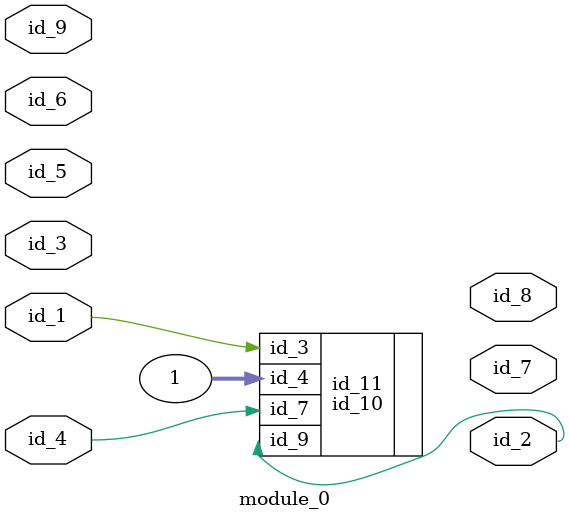
<source format=v>
module module_0 (
    id_1,
    id_2,
    id_3,
    id_4,
    id_5,
    id_6,
    id_7,
    id_8,
    id_9
);
  input id_9;
  output id_8;
  output id_7;
  input id_6;
  input id_5;
  input id_4;
  input id_3;
  output id_2;
  input id_1;
  id_10 id_11 (
      .id_9(id_8),
      .id_3(id_1),
      .id_7(id_4),
      .id_4(id_8),
      .id_4(1),
      .id_9(id_2)
  );
  id_12 id_13 (
      .id_6(1),
      .id_7(id_5)
  );
  id_14 id_15 (
      .id_11(id_5),
      .id_5 (id_5)
  );
endmodule

</source>
